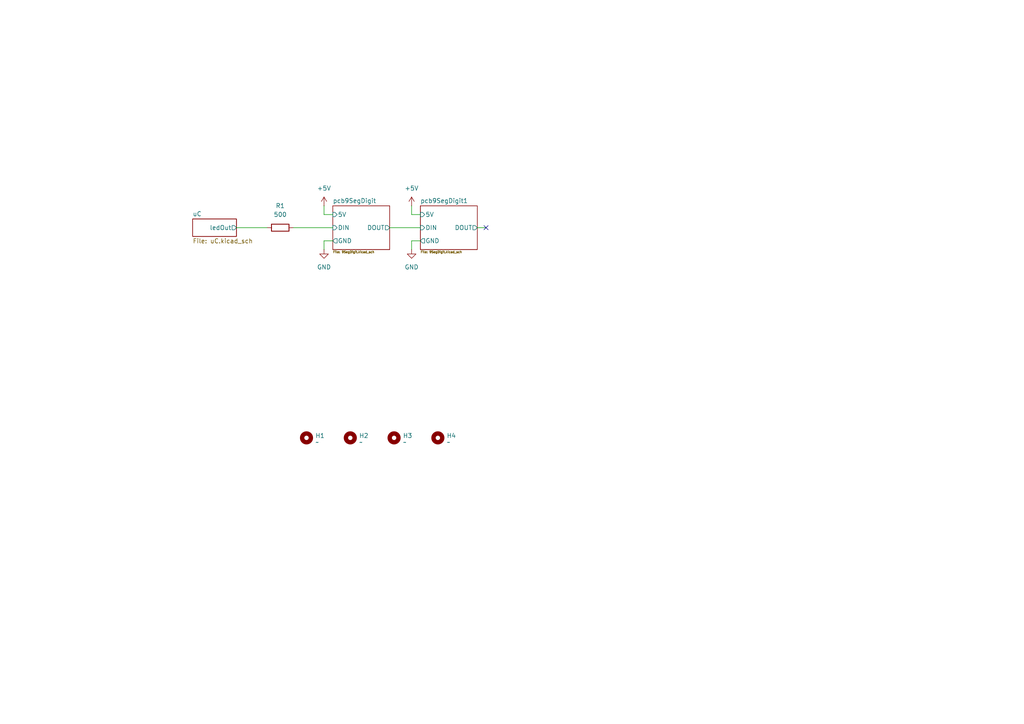
<source format=kicad_sch>
(kicad_sch (version 20231120) (generator "eeschema") (generator_version "8.0")
  (paper "A4")
  (lib_symbols
    (symbol "Device:R" (pin_numbers hide) (pin_names (offset 0))
      (property "Reference" "R" (at 2.032 0 90))
      (property "Value" "R" (at 0 0 90))
      (symbol "R_0_1"
        (rectangle (start -1.016 -2.54) (end 1.016 2.54) (stroke (width 0.254)))
      )
      (symbol "R_1_1"
        (pin passive line (at 0 3.81 270) (length 1.27) (name "~") (number "1"))
        (pin passive line (at 0 -3.81 90) (length 1.27) (name "~") (number "2"))
      )
    )
    (symbol "Mechanical:MountingHole" (pin_names (offset 1.016)) (exclude_from_sim yes) (in_bom no)
      (property "Reference" "H" (at 0 5.08 0))
      (property "Value" "MountingHole" (at 0 3.175 0))
      (symbol "MountingHole_0_1"
        (circle (center 0 0) (radius 1.27) (stroke (width 1.27)))
      )
    )
    (symbol "power:+5V" (power) (pin_numbers hide) (pin_names (offset 0) hide)
      (property "Value" "+5V" (at 0 3.556 0))
      (symbol "+5V_0_1"
        (polyline (pts (xy -0.762 1.27) (xy 0 2.54)))
        (polyline (pts (xy 0 0) (xy 0 2.54)))
        (polyline (pts (xy 0 2.54) (xy 0.762 1.27)))
      )
      (symbol "+5V_1_1"
        (pin power_in line (at 0 0 90) (length 0) (name "~") (number "1"))
      )
    )
    (symbol "power:GND" (power) (pin_numbers hide) (pin_names (offset 0) hide)
      (property "Value" "GND" (at 0 -3.81 0))
      (symbol "GND_0_1"
        (polyline (pts (xy 0 0) (xy 0 -1.27) (xy 1.27 -1.27) (xy 0 -2.54) (xy -1.27 -1.27) (xy 0 -1.27)))
      )
      (symbol "GND_1_1"
        (pin power_in line (at 0 0 270) (length 0) (name "~") (number "1"))
      )
    )
  )
  (no_connect (at 140.97 66.04))
  (wire (pts (xy 93.98 62.23) (xy 96.52 62.23)))
  (wire (pts (xy 119.38 62.23) (xy 121.92 62.23)))
  (wire (pts (xy 93.98 59.69) (xy 93.98 62.23)))
  (wire (pts (xy 113.03 66.04) (xy 121.92 66.04)))
  (wire (pts (xy 68.58 66.04) (xy 77.47 66.04)))
  (wire (pts (xy 85.09 66.04) (xy 96.52 66.04)))
  (wire (pts (xy 93.98 72.39) (xy 93.98 69.85)))
  (wire (pts (xy 93.98 69.85) (xy 96.52 69.85)))
  (wire (pts (xy 138.43 66.04) (xy 140.97 66.04)))
  (wire (pts (xy 119.38 69.85) (xy 121.92 69.85)))
  (wire (pts (xy 119.38 59.69) (xy 119.38 62.23)))
  (wire (pts (xy 119.38 72.39) (xy 119.38 69.85)))
  (symbol (lib_id "power:+5V") (at 93.98 59.69 0) (unit 1)
    (property "Reference" "#PWR01" (effects (hide yes)))
    (property "Value" "+5V" (at 93.98 54.61 0))
    (property "Description" "Power symbol creates a global label with name \"+5V\"" (effects (hide yes)))
  )
  (symbol (lib_id "power:+5V") (at 119.38 59.69 0) (unit 1)
    (property "Reference" "#PWR03" (effects (hide yes)))
    (property "Value" "+5V" (at 119.38 54.61 0))
    (property "Description" "Power symbol creates a global label with name \"+5V\"" (effects (hide yes)))
  )
  (symbol (lib_id "Mechanical:MountingHole") (at 114.3 127 0) (unit 1) (exclude_from_sim yes) (in_bom no)
    (property "Reference" "H3" (at 116.84 126.3649 0) (effects (justify left)))
    (property "Value" "~" (at 116.84 128.27 0) (effects (justify left)))
    (property "Footprint" "MountingHole:MountingHole_2.2mm_M2_ISO7380" (effects (hide yes)))
    (property "Description" "Mounting Hole without connection" (effects (hide yes)))
    (property "footprintCheck" "y" (effects (hide yes)))
    (property "implementationCheck" "y" (effects (hide yes)))
  )
  (symbol (lib_id "power:GND") (at 93.98 72.39 0) (unit 1)
    (property "Reference" "#PWR02" (effects (hide yes)))
    (property "Value" "GND" (at 93.98 77.47 0))
    (property "Description" "Power symbol creates a global label with name \"GND\" , ground" (effects (hide yes)))
  )
  (symbol (lib_id "Mechanical:MountingHole") (at 88.9 127 0) (unit 1) (exclude_from_sim yes) (in_bom no)
    (property "Reference" "H1" (at 91.44 126.3649 0) (effects (justify left)))
    (property "Value" "~" (at 91.44 128.27 0) (effects (justify left)))
    (property "Footprint" "MountingHole:MountingHole_2.2mm_M2_ISO7380" (effects (hide yes)))
    (property "Description" "Mounting Hole without connection" (effects (hide yes)))
    (property "footprintCheck" "y" (effects (hide yes)))
    (property "implementationCheck" "y" (effects (hide yes)))
  )
  (symbol (lib_id "Mechanical:MountingHole") (at 101.6 127 0) (unit 1) (exclude_from_sim yes) (in_bom no)
    (property "Reference" "H2" (at 104.14 126.3649 0) (effects (justify left)))
    (property "Value" "~" (at 104.14 128.27 0) (effects (justify left)))
    (property "Footprint" "MountingHole:MountingHole_2.2mm_M2_ISO7380" (effects (hide yes)))
    (property "Description" "Mounting Hole without connection" (effects (hide yes)))
    (property "footprintCheck" "y" (effects (hide yes)))
    (property "implementationCheck" "y" (effects (hide yes)))
  )
  (symbol (lib_id "Mechanical:MountingHole") (at 127 127 0) (unit 1) (exclude_from_sim yes) (in_bom no)
    (property "Reference" "H4" (at 129.54 126.3649 0) (effects (justify left)))
    (property "Value" "~" (at 129.54 128.27 0) (effects (justify left)))
    (property "Footprint" "MountingHole:MountingHole_2.2mm_M2_ISO7380" (effects (hide yes)))
    (property "Description" "Mounting Hole without connection" (effects (hide yes)))
    (property "footprintCheck" "y" (effects (hide yes)))
    (property "implementationCheck" "y" (effects (hide yes)))
  )
  (symbol (lib_id "power:GND") (at 119.38 72.39 0) (unit 1)
    (property "Reference" "#PWR04" (effects (hide yes)))
    (property "Value" "GND" (at 119.38 77.47 0))
    (property "Description" "Power symbol creates a global label with name \"GND\" , ground" (effects (hide yes)))
  )
  (symbol (lib_id "Device:R") (at 81.28 66.04 90) (unit 1)
    (property "Reference" "R1" (at 81.28 59.69 90))
    (property "Value" "500" (at 81.28 62.23 90))
    (property "Footprint" "Resistor_SMD:R_0805_2012Metric" (effects (hide yes)))
    (property "Description" "Resistor" (effects (hide yes)))
    (property "footprintCheck" "y" (effects (hide yes)))
    (property "implementationCheck" "y" (effects (hide yes)))
  )
  (sheet (at 121.92 59.69) (size 16.51 12.7) (stroke (width 0.1524))
    (property "Sheetname" "pcb9SegDigit1" (at 121.92 58.9784 0) (effects (justify left bottom)))
    (property "Sheetfile" "9SegDigit.kicad_sch" (at 121.92 72.7206 0) (effects (font (size 0.635 0.635)) (justify left top)))
    (pin "DIN" input (at 121.92 66.04 180))
    (pin "5V" input (at 121.92 62.23 180))
    (pin "GND" output (at 121.92 69.85 180))
    (pin "DOUT" output (at 138.43 66.04 0))
  )
  (sheet (at 55.88 63.5) (size 12.7 5.08) (stroke (width 0.1524))
    (property "Sheetname" "uC" (at 55.88 62.7884 0) (effects (justify left bottom)))
    (property "Sheetfile" "uC.kicad_sch" (at 55.88 69.1646 0) (effects (justify left top)))
    (pin "ledOut" output (at 68.58 66.04 0))
  )
  (sheet (at 96.52 59.69) (size 16.51 12.7) (stroke (width 0.1524))
    (property "Sheetname" "pcb9SegDigit" (at 96.52 58.9784 0) (effects (justify left bottom)))
    (property "Sheetfile" "9SegDigit.kicad_sch" (at 96.52 72.7206 0) (effects (font (size 0.635 0.635)) (justify left top)))
    (pin "DIN" input (at 96.52 66.04 180))
    (pin "5V" input (at 96.52 62.23 180))
    (pin "GND" output (at 96.52 69.85 180))
    (pin "DOUT" output (at 113.03 66.04 0))
  )
)
</source>
